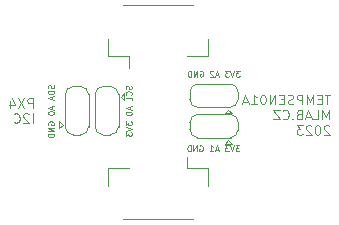
<source format=gbr>
%TF.GenerationSoftware,KiCad,Pcbnew,7.0.7-7.0.7~ubuntu23.04.1*%
%TF.CreationDate,2023-09-23T00:40:23+00:00*%
%TF.ProjectId,TEMPSEN01,54454d50-5345-44e3-9031-2e6b69636164,rev?*%
%TF.SameCoordinates,Original*%
%TF.FileFunction,Legend,Bot*%
%TF.FilePolarity,Positive*%
%FSLAX46Y46*%
G04 Gerber Fmt 4.6, Leading zero omitted, Abs format (unit mm)*
G04 Created by KiCad (PCBNEW 7.0.7-7.0.7~ubuntu23.04.1) date 2023-09-23 00:40:23*
%MOMM*%
%LPD*%
G01*
G04 APERTURE LIST*
%ADD10C,0.080000*%
%ADD11C,0.120000*%
G04 APERTURE END LIST*
D10*
X118646340Y-74059849D02*
X118336816Y-74059849D01*
X118336816Y-74059849D02*
X118503483Y-74250325D01*
X118503483Y-74250325D02*
X118432054Y-74250325D01*
X118432054Y-74250325D02*
X118384435Y-74274135D01*
X118384435Y-74274135D02*
X118360626Y-74297944D01*
X118360626Y-74297944D02*
X118336816Y-74345563D01*
X118336816Y-74345563D02*
X118336816Y-74464611D01*
X118336816Y-74464611D02*
X118360626Y-74512230D01*
X118360626Y-74512230D02*
X118384435Y-74536040D01*
X118384435Y-74536040D02*
X118432054Y-74559849D01*
X118432054Y-74559849D02*
X118574911Y-74559849D01*
X118574911Y-74559849D02*
X118622530Y-74536040D01*
X118622530Y-74536040D02*
X118646340Y-74512230D01*
X118193959Y-74059849D02*
X118027293Y-74559849D01*
X118027293Y-74559849D02*
X117860626Y-74059849D01*
X117741579Y-74059849D02*
X117432055Y-74059849D01*
X117432055Y-74059849D02*
X117598722Y-74250325D01*
X117598722Y-74250325D02*
X117527293Y-74250325D01*
X117527293Y-74250325D02*
X117479674Y-74274135D01*
X117479674Y-74274135D02*
X117455865Y-74297944D01*
X117455865Y-74297944D02*
X117432055Y-74345563D01*
X117432055Y-74345563D02*
X117432055Y-74464611D01*
X117432055Y-74464611D02*
X117455865Y-74512230D01*
X117455865Y-74512230D02*
X117479674Y-74536040D01*
X117479674Y-74536040D02*
X117527293Y-74559849D01*
X117527293Y-74559849D02*
X117670150Y-74559849D01*
X117670150Y-74559849D02*
X117717769Y-74536040D01*
X117717769Y-74536040D02*
X117741579Y-74512230D01*
X116860627Y-74416992D02*
X116622532Y-74416992D01*
X116908246Y-74559849D02*
X116741580Y-74059849D01*
X116741580Y-74059849D02*
X116574913Y-74559849D01*
X116146342Y-74559849D02*
X116432056Y-74559849D01*
X116289199Y-74559849D02*
X116289199Y-74059849D01*
X116289199Y-74059849D02*
X116336818Y-74131278D01*
X116336818Y-74131278D02*
X116384437Y-74178897D01*
X116384437Y-74178897D02*
X116432056Y-74202706D01*
X115289200Y-74083659D02*
X115336819Y-74059849D01*
X115336819Y-74059849D02*
X115408248Y-74059849D01*
X115408248Y-74059849D02*
X115479676Y-74083659D01*
X115479676Y-74083659D02*
X115527295Y-74131278D01*
X115527295Y-74131278D02*
X115551105Y-74178897D01*
X115551105Y-74178897D02*
X115574914Y-74274135D01*
X115574914Y-74274135D02*
X115574914Y-74345563D01*
X115574914Y-74345563D02*
X115551105Y-74440801D01*
X115551105Y-74440801D02*
X115527295Y-74488420D01*
X115527295Y-74488420D02*
X115479676Y-74536040D01*
X115479676Y-74536040D02*
X115408248Y-74559849D01*
X115408248Y-74559849D02*
X115360629Y-74559849D01*
X115360629Y-74559849D02*
X115289200Y-74536040D01*
X115289200Y-74536040D02*
X115265391Y-74512230D01*
X115265391Y-74512230D02*
X115265391Y-74345563D01*
X115265391Y-74345563D02*
X115360629Y-74345563D01*
X115051105Y-74559849D02*
X115051105Y-74059849D01*
X115051105Y-74059849D02*
X114765391Y-74559849D01*
X114765391Y-74559849D02*
X114765391Y-74059849D01*
X114527295Y-74559849D02*
X114527295Y-74059849D01*
X114527295Y-74059849D02*
X114408247Y-74059849D01*
X114408247Y-74059849D02*
X114336819Y-74083659D01*
X114336819Y-74083659D02*
X114289200Y-74131278D01*
X114289200Y-74131278D02*
X114265390Y-74178897D01*
X114265390Y-74178897D02*
X114241581Y-74274135D01*
X114241581Y-74274135D02*
X114241581Y-74345563D01*
X114241581Y-74345563D02*
X114265390Y-74440801D01*
X114265390Y-74440801D02*
X114289200Y-74488420D01*
X114289200Y-74488420D02*
X114336819Y-74536040D01*
X114336819Y-74536040D02*
X114408247Y-74559849D01*
X114408247Y-74559849D02*
X114527295Y-74559849D01*
X109511840Y-69007269D02*
X109535649Y-69078697D01*
X109535649Y-69078697D02*
X109535649Y-69197745D01*
X109535649Y-69197745D02*
X109511840Y-69245364D01*
X109511840Y-69245364D02*
X109488030Y-69269173D01*
X109488030Y-69269173D02*
X109440411Y-69292983D01*
X109440411Y-69292983D02*
X109392792Y-69292983D01*
X109392792Y-69292983D02*
X109345173Y-69269173D01*
X109345173Y-69269173D02*
X109321363Y-69245364D01*
X109321363Y-69245364D02*
X109297554Y-69197745D01*
X109297554Y-69197745D02*
X109273744Y-69102507D01*
X109273744Y-69102507D02*
X109249935Y-69054888D01*
X109249935Y-69054888D02*
X109226125Y-69031078D01*
X109226125Y-69031078D02*
X109178506Y-69007269D01*
X109178506Y-69007269D02*
X109130887Y-69007269D01*
X109130887Y-69007269D02*
X109083268Y-69031078D01*
X109083268Y-69031078D02*
X109059459Y-69054888D01*
X109059459Y-69054888D02*
X109035649Y-69102507D01*
X109035649Y-69102507D02*
X109035649Y-69221554D01*
X109035649Y-69221554D02*
X109059459Y-69292983D01*
X109488030Y-69792982D02*
X109511840Y-69769173D01*
X109511840Y-69769173D02*
X109535649Y-69697744D01*
X109535649Y-69697744D02*
X109535649Y-69650125D01*
X109535649Y-69650125D02*
X109511840Y-69578697D01*
X109511840Y-69578697D02*
X109464220Y-69531078D01*
X109464220Y-69531078D02*
X109416601Y-69507268D01*
X109416601Y-69507268D02*
X109321363Y-69483459D01*
X109321363Y-69483459D02*
X109249935Y-69483459D01*
X109249935Y-69483459D02*
X109154697Y-69507268D01*
X109154697Y-69507268D02*
X109107078Y-69531078D01*
X109107078Y-69531078D02*
X109059459Y-69578697D01*
X109059459Y-69578697D02*
X109035649Y-69650125D01*
X109035649Y-69650125D02*
X109035649Y-69697744D01*
X109035649Y-69697744D02*
X109059459Y-69769173D01*
X109059459Y-69769173D02*
X109083268Y-69792982D01*
X109535649Y-70245363D02*
X109535649Y-70007268D01*
X109535649Y-70007268D02*
X109035649Y-70007268D01*
X109392792Y-70769173D02*
X109392792Y-71007268D01*
X109535649Y-70721554D02*
X109035649Y-70888220D01*
X109035649Y-70888220D02*
X109535649Y-71054887D01*
X109035649Y-71316791D02*
X109035649Y-71364410D01*
X109035649Y-71364410D02*
X109059459Y-71412029D01*
X109059459Y-71412029D02*
X109083268Y-71435839D01*
X109083268Y-71435839D02*
X109130887Y-71459648D01*
X109130887Y-71459648D02*
X109226125Y-71483458D01*
X109226125Y-71483458D02*
X109345173Y-71483458D01*
X109345173Y-71483458D02*
X109440411Y-71459648D01*
X109440411Y-71459648D02*
X109488030Y-71435839D01*
X109488030Y-71435839D02*
X109511840Y-71412029D01*
X109511840Y-71412029D02*
X109535649Y-71364410D01*
X109535649Y-71364410D02*
X109535649Y-71316791D01*
X109535649Y-71316791D02*
X109511840Y-71269172D01*
X109511840Y-71269172D02*
X109488030Y-71245363D01*
X109488030Y-71245363D02*
X109440411Y-71221553D01*
X109440411Y-71221553D02*
X109345173Y-71197744D01*
X109345173Y-71197744D02*
X109226125Y-71197744D01*
X109226125Y-71197744D02*
X109130887Y-71221553D01*
X109130887Y-71221553D02*
X109083268Y-71245363D01*
X109083268Y-71245363D02*
X109059459Y-71269172D01*
X109059459Y-71269172D02*
X109035649Y-71316791D01*
X109035649Y-72031076D02*
X109035649Y-72340600D01*
X109035649Y-72340600D02*
X109226125Y-72173933D01*
X109226125Y-72173933D02*
X109226125Y-72245362D01*
X109226125Y-72245362D02*
X109249935Y-72292981D01*
X109249935Y-72292981D02*
X109273744Y-72316790D01*
X109273744Y-72316790D02*
X109321363Y-72340600D01*
X109321363Y-72340600D02*
X109440411Y-72340600D01*
X109440411Y-72340600D02*
X109488030Y-72316790D01*
X109488030Y-72316790D02*
X109511840Y-72292981D01*
X109511840Y-72292981D02*
X109535649Y-72245362D01*
X109535649Y-72245362D02*
X109535649Y-72102505D01*
X109535649Y-72102505D02*
X109511840Y-72054886D01*
X109511840Y-72054886D02*
X109488030Y-72031076D01*
X109035649Y-72483457D02*
X109535649Y-72650123D01*
X109535649Y-72650123D02*
X109035649Y-72816790D01*
X109035649Y-72935837D02*
X109035649Y-73245361D01*
X109035649Y-73245361D02*
X109226125Y-73078694D01*
X109226125Y-73078694D02*
X109226125Y-73150123D01*
X109226125Y-73150123D02*
X109249935Y-73197742D01*
X109249935Y-73197742D02*
X109273744Y-73221551D01*
X109273744Y-73221551D02*
X109321363Y-73245361D01*
X109321363Y-73245361D02*
X109440411Y-73245361D01*
X109440411Y-73245361D02*
X109488030Y-73221551D01*
X109488030Y-73221551D02*
X109511840Y-73197742D01*
X109511840Y-73197742D02*
X109535649Y-73150123D01*
X109535649Y-73150123D02*
X109535649Y-73007266D01*
X109535649Y-73007266D02*
X109511840Y-72959647D01*
X109511840Y-72959647D02*
X109488030Y-72935837D01*
D11*
X126336862Y-69773455D02*
X125879719Y-69773455D01*
X126108291Y-70573455D02*
X126108291Y-69773455D01*
X125613052Y-70154407D02*
X125346386Y-70154407D01*
X125232100Y-70573455D02*
X125613052Y-70573455D01*
X125613052Y-70573455D02*
X125613052Y-69773455D01*
X125613052Y-69773455D02*
X125232100Y-69773455D01*
X124889242Y-70573455D02*
X124889242Y-69773455D01*
X124889242Y-69773455D02*
X124622576Y-70344883D01*
X124622576Y-70344883D02*
X124355909Y-69773455D01*
X124355909Y-69773455D02*
X124355909Y-70573455D01*
X123974956Y-70573455D02*
X123974956Y-69773455D01*
X123974956Y-69773455D02*
X123670194Y-69773455D01*
X123670194Y-69773455D02*
X123594004Y-69811550D01*
X123594004Y-69811550D02*
X123555909Y-69849645D01*
X123555909Y-69849645D02*
X123517813Y-69925836D01*
X123517813Y-69925836D02*
X123517813Y-70040121D01*
X123517813Y-70040121D02*
X123555909Y-70116312D01*
X123555909Y-70116312D02*
X123594004Y-70154407D01*
X123594004Y-70154407D02*
X123670194Y-70192502D01*
X123670194Y-70192502D02*
X123974956Y-70192502D01*
X123213052Y-70535360D02*
X123098766Y-70573455D01*
X123098766Y-70573455D02*
X122908290Y-70573455D01*
X122908290Y-70573455D02*
X122832099Y-70535360D01*
X122832099Y-70535360D02*
X122794004Y-70497264D01*
X122794004Y-70497264D02*
X122755909Y-70421074D01*
X122755909Y-70421074D02*
X122755909Y-70344883D01*
X122755909Y-70344883D02*
X122794004Y-70268693D01*
X122794004Y-70268693D02*
X122832099Y-70230598D01*
X122832099Y-70230598D02*
X122908290Y-70192502D01*
X122908290Y-70192502D02*
X123060671Y-70154407D01*
X123060671Y-70154407D02*
X123136861Y-70116312D01*
X123136861Y-70116312D02*
X123174956Y-70078217D01*
X123174956Y-70078217D02*
X123213052Y-70002026D01*
X123213052Y-70002026D02*
X123213052Y-69925836D01*
X123213052Y-69925836D02*
X123174956Y-69849645D01*
X123174956Y-69849645D02*
X123136861Y-69811550D01*
X123136861Y-69811550D02*
X123060671Y-69773455D01*
X123060671Y-69773455D02*
X122870194Y-69773455D01*
X122870194Y-69773455D02*
X122755909Y-69811550D01*
X122413051Y-70154407D02*
X122146385Y-70154407D01*
X122032099Y-70573455D02*
X122413051Y-70573455D01*
X122413051Y-70573455D02*
X122413051Y-69773455D01*
X122413051Y-69773455D02*
X122032099Y-69773455D01*
X121689241Y-70573455D02*
X121689241Y-69773455D01*
X121689241Y-69773455D02*
X121232098Y-70573455D01*
X121232098Y-70573455D02*
X121232098Y-69773455D01*
X120698765Y-69773455D02*
X120622575Y-69773455D01*
X120622575Y-69773455D02*
X120546384Y-69811550D01*
X120546384Y-69811550D02*
X120508289Y-69849645D01*
X120508289Y-69849645D02*
X120470194Y-69925836D01*
X120470194Y-69925836D02*
X120432099Y-70078217D01*
X120432099Y-70078217D02*
X120432099Y-70268693D01*
X120432099Y-70268693D02*
X120470194Y-70421074D01*
X120470194Y-70421074D02*
X120508289Y-70497264D01*
X120508289Y-70497264D02*
X120546384Y-70535360D01*
X120546384Y-70535360D02*
X120622575Y-70573455D01*
X120622575Y-70573455D02*
X120698765Y-70573455D01*
X120698765Y-70573455D02*
X120774956Y-70535360D01*
X120774956Y-70535360D02*
X120813051Y-70497264D01*
X120813051Y-70497264D02*
X120851146Y-70421074D01*
X120851146Y-70421074D02*
X120889242Y-70268693D01*
X120889242Y-70268693D02*
X120889242Y-70078217D01*
X120889242Y-70078217D02*
X120851146Y-69925836D01*
X120851146Y-69925836D02*
X120813051Y-69849645D01*
X120813051Y-69849645D02*
X120774956Y-69811550D01*
X120774956Y-69811550D02*
X120698765Y-69773455D01*
X119670194Y-70573455D02*
X120127337Y-70573455D01*
X119898765Y-70573455D02*
X119898765Y-69773455D01*
X119898765Y-69773455D02*
X119974956Y-69887740D01*
X119974956Y-69887740D02*
X120051146Y-69963931D01*
X120051146Y-69963931D02*
X120127337Y-70002026D01*
X119365432Y-70344883D02*
X118984479Y-70344883D01*
X119441622Y-70573455D02*
X119174955Y-69773455D01*
X119174955Y-69773455D02*
X118908289Y-70573455D01*
X126222576Y-71861455D02*
X126222576Y-71061455D01*
X126222576Y-71061455D02*
X125955910Y-71632883D01*
X125955910Y-71632883D02*
X125689243Y-71061455D01*
X125689243Y-71061455D02*
X125689243Y-71861455D01*
X124927338Y-71861455D02*
X125308290Y-71861455D01*
X125308290Y-71861455D02*
X125308290Y-71061455D01*
X124698767Y-71632883D02*
X124317814Y-71632883D01*
X124774957Y-71861455D02*
X124508290Y-71061455D01*
X124508290Y-71061455D02*
X124241624Y-71861455D01*
X123708291Y-71442407D02*
X123594005Y-71480502D01*
X123594005Y-71480502D02*
X123555910Y-71518598D01*
X123555910Y-71518598D02*
X123517814Y-71594788D01*
X123517814Y-71594788D02*
X123517814Y-71709074D01*
X123517814Y-71709074D02*
X123555910Y-71785264D01*
X123555910Y-71785264D02*
X123594005Y-71823360D01*
X123594005Y-71823360D02*
X123670195Y-71861455D01*
X123670195Y-71861455D02*
X123974957Y-71861455D01*
X123974957Y-71861455D02*
X123974957Y-71061455D01*
X123974957Y-71061455D02*
X123708291Y-71061455D01*
X123708291Y-71061455D02*
X123632100Y-71099550D01*
X123632100Y-71099550D02*
X123594005Y-71137645D01*
X123594005Y-71137645D02*
X123555910Y-71213836D01*
X123555910Y-71213836D02*
X123555910Y-71290026D01*
X123555910Y-71290026D02*
X123594005Y-71366217D01*
X123594005Y-71366217D02*
X123632100Y-71404312D01*
X123632100Y-71404312D02*
X123708291Y-71442407D01*
X123708291Y-71442407D02*
X123974957Y-71442407D01*
X123174957Y-71785264D02*
X123136862Y-71823360D01*
X123136862Y-71823360D02*
X123174957Y-71861455D01*
X123174957Y-71861455D02*
X123213053Y-71823360D01*
X123213053Y-71823360D02*
X123174957Y-71785264D01*
X123174957Y-71785264D02*
X123174957Y-71861455D01*
X122336862Y-71785264D02*
X122374958Y-71823360D01*
X122374958Y-71823360D02*
X122489243Y-71861455D01*
X122489243Y-71861455D02*
X122565434Y-71861455D01*
X122565434Y-71861455D02*
X122679720Y-71823360D01*
X122679720Y-71823360D02*
X122755910Y-71747169D01*
X122755910Y-71747169D02*
X122794005Y-71670979D01*
X122794005Y-71670979D02*
X122832101Y-71518598D01*
X122832101Y-71518598D02*
X122832101Y-71404312D01*
X122832101Y-71404312D02*
X122794005Y-71251931D01*
X122794005Y-71251931D02*
X122755910Y-71175740D01*
X122755910Y-71175740D02*
X122679720Y-71099550D01*
X122679720Y-71099550D02*
X122565434Y-71061455D01*
X122565434Y-71061455D02*
X122489243Y-71061455D01*
X122489243Y-71061455D02*
X122374958Y-71099550D01*
X122374958Y-71099550D02*
X122336862Y-71137645D01*
X122070196Y-71061455D02*
X121536862Y-71061455D01*
X121536862Y-71061455D02*
X122070196Y-71861455D01*
X122070196Y-71861455D02*
X121536862Y-71861455D01*
X126260672Y-72425645D02*
X126222576Y-72387550D01*
X126222576Y-72387550D02*
X126146386Y-72349455D01*
X126146386Y-72349455D02*
X125955910Y-72349455D01*
X125955910Y-72349455D02*
X125879719Y-72387550D01*
X125879719Y-72387550D02*
X125841624Y-72425645D01*
X125841624Y-72425645D02*
X125803529Y-72501836D01*
X125803529Y-72501836D02*
X125803529Y-72578026D01*
X125803529Y-72578026D02*
X125841624Y-72692312D01*
X125841624Y-72692312D02*
X126298767Y-73149455D01*
X126298767Y-73149455D02*
X125803529Y-73149455D01*
X125308290Y-72349455D02*
X125232100Y-72349455D01*
X125232100Y-72349455D02*
X125155909Y-72387550D01*
X125155909Y-72387550D02*
X125117814Y-72425645D01*
X125117814Y-72425645D02*
X125079719Y-72501836D01*
X125079719Y-72501836D02*
X125041624Y-72654217D01*
X125041624Y-72654217D02*
X125041624Y-72844693D01*
X125041624Y-72844693D02*
X125079719Y-72997074D01*
X125079719Y-72997074D02*
X125117814Y-73073264D01*
X125117814Y-73073264D02*
X125155909Y-73111360D01*
X125155909Y-73111360D02*
X125232100Y-73149455D01*
X125232100Y-73149455D02*
X125308290Y-73149455D01*
X125308290Y-73149455D02*
X125384481Y-73111360D01*
X125384481Y-73111360D02*
X125422576Y-73073264D01*
X125422576Y-73073264D02*
X125460671Y-72997074D01*
X125460671Y-72997074D02*
X125498767Y-72844693D01*
X125498767Y-72844693D02*
X125498767Y-72654217D01*
X125498767Y-72654217D02*
X125460671Y-72501836D01*
X125460671Y-72501836D02*
X125422576Y-72425645D01*
X125422576Y-72425645D02*
X125384481Y-72387550D01*
X125384481Y-72387550D02*
X125308290Y-72349455D01*
X124736862Y-72425645D02*
X124698766Y-72387550D01*
X124698766Y-72387550D02*
X124622576Y-72349455D01*
X124622576Y-72349455D02*
X124432100Y-72349455D01*
X124432100Y-72349455D02*
X124355909Y-72387550D01*
X124355909Y-72387550D02*
X124317814Y-72425645D01*
X124317814Y-72425645D02*
X124279719Y-72501836D01*
X124279719Y-72501836D02*
X124279719Y-72578026D01*
X124279719Y-72578026D02*
X124317814Y-72692312D01*
X124317814Y-72692312D02*
X124774957Y-73149455D01*
X124774957Y-73149455D02*
X124279719Y-73149455D01*
X124013052Y-72349455D02*
X123517814Y-72349455D01*
X123517814Y-72349455D02*
X123784480Y-72654217D01*
X123784480Y-72654217D02*
X123670195Y-72654217D01*
X123670195Y-72654217D02*
X123594004Y-72692312D01*
X123594004Y-72692312D02*
X123555909Y-72730407D01*
X123555909Y-72730407D02*
X123517814Y-72806598D01*
X123517814Y-72806598D02*
X123517814Y-72997074D01*
X123517814Y-72997074D02*
X123555909Y-73073264D01*
X123555909Y-73073264D02*
X123594004Y-73111360D01*
X123594004Y-73111360D02*
X123670195Y-73149455D01*
X123670195Y-73149455D02*
X123898766Y-73149455D01*
X123898766Y-73149455D02*
X123974957Y-73111360D01*
X123974957Y-73111360D02*
X124013052Y-73073264D01*
D10*
X118671740Y-67735249D02*
X118362216Y-67735249D01*
X118362216Y-67735249D02*
X118528883Y-67925725D01*
X118528883Y-67925725D02*
X118457454Y-67925725D01*
X118457454Y-67925725D02*
X118409835Y-67949535D01*
X118409835Y-67949535D02*
X118386026Y-67973344D01*
X118386026Y-67973344D02*
X118362216Y-68020963D01*
X118362216Y-68020963D02*
X118362216Y-68140011D01*
X118362216Y-68140011D02*
X118386026Y-68187630D01*
X118386026Y-68187630D02*
X118409835Y-68211440D01*
X118409835Y-68211440D02*
X118457454Y-68235249D01*
X118457454Y-68235249D02*
X118600311Y-68235249D01*
X118600311Y-68235249D02*
X118647930Y-68211440D01*
X118647930Y-68211440D02*
X118671740Y-68187630D01*
X118219359Y-67735249D02*
X118052693Y-68235249D01*
X118052693Y-68235249D02*
X117886026Y-67735249D01*
X117766979Y-67735249D02*
X117457455Y-67735249D01*
X117457455Y-67735249D02*
X117624122Y-67925725D01*
X117624122Y-67925725D02*
X117552693Y-67925725D01*
X117552693Y-67925725D02*
X117505074Y-67949535D01*
X117505074Y-67949535D02*
X117481265Y-67973344D01*
X117481265Y-67973344D02*
X117457455Y-68020963D01*
X117457455Y-68020963D02*
X117457455Y-68140011D01*
X117457455Y-68140011D02*
X117481265Y-68187630D01*
X117481265Y-68187630D02*
X117505074Y-68211440D01*
X117505074Y-68211440D02*
X117552693Y-68235249D01*
X117552693Y-68235249D02*
X117695550Y-68235249D01*
X117695550Y-68235249D02*
X117743169Y-68211440D01*
X117743169Y-68211440D02*
X117766979Y-68187630D01*
X116886027Y-68092392D02*
X116647932Y-68092392D01*
X116933646Y-68235249D02*
X116766980Y-67735249D01*
X116766980Y-67735249D02*
X116600313Y-68235249D01*
X116457456Y-67782868D02*
X116433647Y-67759059D01*
X116433647Y-67759059D02*
X116386028Y-67735249D01*
X116386028Y-67735249D02*
X116266980Y-67735249D01*
X116266980Y-67735249D02*
X116219361Y-67759059D01*
X116219361Y-67759059D02*
X116195552Y-67782868D01*
X116195552Y-67782868D02*
X116171742Y-67830487D01*
X116171742Y-67830487D02*
X116171742Y-67878106D01*
X116171742Y-67878106D02*
X116195552Y-67949535D01*
X116195552Y-67949535D02*
X116481266Y-68235249D01*
X116481266Y-68235249D02*
X116171742Y-68235249D01*
X115314600Y-67759059D02*
X115362219Y-67735249D01*
X115362219Y-67735249D02*
X115433648Y-67735249D01*
X115433648Y-67735249D02*
X115505076Y-67759059D01*
X115505076Y-67759059D02*
X115552695Y-67806678D01*
X115552695Y-67806678D02*
X115576505Y-67854297D01*
X115576505Y-67854297D02*
X115600314Y-67949535D01*
X115600314Y-67949535D02*
X115600314Y-68020963D01*
X115600314Y-68020963D02*
X115576505Y-68116201D01*
X115576505Y-68116201D02*
X115552695Y-68163820D01*
X115552695Y-68163820D02*
X115505076Y-68211440D01*
X115505076Y-68211440D02*
X115433648Y-68235249D01*
X115433648Y-68235249D02*
X115386029Y-68235249D01*
X115386029Y-68235249D02*
X115314600Y-68211440D01*
X115314600Y-68211440D02*
X115290791Y-68187630D01*
X115290791Y-68187630D02*
X115290791Y-68020963D01*
X115290791Y-68020963D02*
X115386029Y-68020963D01*
X115076505Y-68235249D02*
X115076505Y-67735249D01*
X115076505Y-67735249D02*
X114790791Y-68235249D01*
X114790791Y-68235249D02*
X114790791Y-67735249D01*
X114552695Y-68235249D02*
X114552695Y-67735249D01*
X114552695Y-67735249D02*
X114433647Y-67735249D01*
X114433647Y-67735249D02*
X114362219Y-67759059D01*
X114362219Y-67759059D02*
X114314600Y-67806678D01*
X114314600Y-67806678D02*
X114290790Y-67854297D01*
X114290790Y-67854297D02*
X114266981Y-67949535D01*
X114266981Y-67949535D02*
X114266981Y-68020963D01*
X114266981Y-68020963D02*
X114290790Y-68116201D01*
X114290790Y-68116201D02*
X114314600Y-68163820D01*
X114314600Y-68163820D02*
X114362219Y-68211440D01*
X114362219Y-68211440D02*
X114433647Y-68235249D01*
X114433647Y-68235249D02*
X114552695Y-68235249D01*
D11*
X101152776Y-70870855D02*
X101152776Y-70070855D01*
X101152776Y-70070855D02*
X100848014Y-70070855D01*
X100848014Y-70070855D02*
X100771824Y-70108950D01*
X100771824Y-70108950D02*
X100733729Y-70147045D01*
X100733729Y-70147045D02*
X100695633Y-70223236D01*
X100695633Y-70223236D02*
X100695633Y-70337521D01*
X100695633Y-70337521D02*
X100733729Y-70413712D01*
X100733729Y-70413712D02*
X100771824Y-70451807D01*
X100771824Y-70451807D02*
X100848014Y-70489902D01*
X100848014Y-70489902D02*
X101152776Y-70489902D01*
X100428967Y-70070855D02*
X99895633Y-70870855D01*
X99895633Y-70070855D02*
X100428967Y-70870855D01*
X99248014Y-70337521D02*
X99248014Y-70870855D01*
X99438490Y-70032760D02*
X99628967Y-70604188D01*
X99628967Y-70604188D02*
X99133728Y-70604188D01*
X101152776Y-72158855D02*
X101152776Y-71358855D01*
X100809920Y-71435045D02*
X100771824Y-71396950D01*
X100771824Y-71396950D02*
X100695634Y-71358855D01*
X100695634Y-71358855D02*
X100505158Y-71358855D01*
X100505158Y-71358855D02*
X100428967Y-71396950D01*
X100428967Y-71396950D02*
X100390872Y-71435045D01*
X100390872Y-71435045D02*
X100352777Y-71511236D01*
X100352777Y-71511236D02*
X100352777Y-71587426D01*
X100352777Y-71587426D02*
X100390872Y-71701712D01*
X100390872Y-71701712D02*
X100848015Y-72158855D01*
X100848015Y-72158855D02*
X100352777Y-72158855D01*
X99552776Y-72082664D02*
X99590872Y-72120760D01*
X99590872Y-72120760D02*
X99705157Y-72158855D01*
X99705157Y-72158855D02*
X99781348Y-72158855D01*
X99781348Y-72158855D02*
X99895634Y-72120760D01*
X99895634Y-72120760D02*
X99971824Y-72044569D01*
X99971824Y-72044569D02*
X100009919Y-71968379D01*
X100009919Y-71968379D02*
X100048015Y-71815998D01*
X100048015Y-71815998D02*
X100048015Y-71701712D01*
X100048015Y-71701712D02*
X100009919Y-71549331D01*
X100009919Y-71549331D02*
X99971824Y-71473140D01*
X99971824Y-71473140D02*
X99895634Y-71396950D01*
X99895634Y-71396950D02*
X99781348Y-71358855D01*
X99781348Y-71358855D02*
X99705157Y-71358855D01*
X99705157Y-71358855D02*
X99590872Y-71396950D01*
X99590872Y-71396950D02*
X99552776Y-71435045D01*
D10*
X102933240Y-68956469D02*
X102957049Y-69027897D01*
X102957049Y-69027897D02*
X102957049Y-69146945D01*
X102957049Y-69146945D02*
X102933240Y-69194564D01*
X102933240Y-69194564D02*
X102909430Y-69218373D01*
X102909430Y-69218373D02*
X102861811Y-69242183D01*
X102861811Y-69242183D02*
X102814192Y-69242183D01*
X102814192Y-69242183D02*
X102766573Y-69218373D01*
X102766573Y-69218373D02*
X102742763Y-69194564D01*
X102742763Y-69194564D02*
X102718954Y-69146945D01*
X102718954Y-69146945D02*
X102695144Y-69051707D01*
X102695144Y-69051707D02*
X102671335Y-69004088D01*
X102671335Y-69004088D02*
X102647525Y-68980278D01*
X102647525Y-68980278D02*
X102599906Y-68956469D01*
X102599906Y-68956469D02*
X102552287Y-68956469D01*
X102552287Y-68956469D02*
X102504668Y-68980278D01*
X102504668Y-68980278D02*
X102480859Y-69004088D01*
X102480859Y-69004088D02*
X102457049Y-69051707D01*
X102457049Y-69051707D02*
X102457049Y-69170754D01*
X102457049Y-69170754D02*
X102480859Y-69242183D01*
X102957049Y-69456468D02*
X102457049Y-69456468D01*
X102457049Y-69456468D02*
X102457049Y-69575516D01*
X102457049Y-69575516D02*
X102480859Y-69646944D01*
X102480859Y-69646944D02*
X102528478Y-69694563D01*
X102528478Y-69694563D02*
X102576097Y-69718373D01*
X102576097Y-69718373D02*
X102671335Y-69742182D01*
X102671335Y-69742182D02*
X102742763Y-69742182D01*
X102742763Y-69742182D02*
X102838001Y-69718373D01*
X102838001Y-69718373D02*
X102885620Y-69694563D01*
X102885620Y-69694563D02*
X102933240Y-69646944D01*
X102933240Y-69646944D02*
X102957049Y-69575516D01*
X102957049Y-69575516D02*
X102957049Y-69456468D01*
X102814192Y-69932659D02*
X102814192Y-70170754D01*
X102957049Y-69885040D02*
X102457049Y-70051706D01*
X102457049Y-70051706D02*
X102957049Y-70218373D01*
X102814192Y-70742182D02*
X102814192Y-70980277D01*
X102957049Y-70694563D02*
X102457049Y-70861229D01*
X102457049Y-70861229D02*
X102957049Y-71027896D01*
X102457049Y-71289800D02*
X102457049Y-71337419D01*
X102457049Y-71337419D02*
X102480859Y-71385038D01*
X102480859Y-71385038D02*
X102504668Y-71408848D01*
X102504668Y-71408848D02*
X102552287Y-71432657D01*
X102552287Y-71432657D02*
X102647525Y-71456467D01*
X102647525Y-71456467D02*
X102766573Y-71456467D01*
X102766573Y-71456467D02*
X102861811Y-71432657D01*
X102861811Y-71432657D02*
X102909430Y-71408848D01*
X102909430Y-71408848D02*
X102933240Y-71385038D01*
X102933240Y-71385038D02*
X102957049Y-71337419D01*
X102957049Y-71337419D02*
X102957049Y-71289800D01*
X102957049Y-71289800D02*
X102933240Y-71242181D01*
X102933240Y-71242181D02*
X102909430Y-71218372D01*
X102909430Y-71218372D02*
X102861811Y-71194562D01*
X102861811Y-71194562D02*
X102766573Y-71170753D01*
X102766573Y-71170753D02*
X102647525Y-71170753D01*
X102647525Y-71170753D02*
X102552287Y-71194562D01*
X102552287Y-71194562D02*
X102504668Y-71218372D01*
X102504668Y-71218372D02*
X102480859Y-71242181D01*
X102480859Y-71242181D02*
X102457049Y-71289800D01*
X102480859Y-72313609D02*
X102457049Y-72265990D01*
X102457049Y-72265990D02*
X102457049Y-72194561D01*
X102457049Y-72194561D02*
X102480859Y-72123133D01*
X102480859Y-72123133D02*
X102528478Y-72075514D01*
X102528478Y-72075514D02*
X102576097Y-72051704D01*
X102576097Y-72051704D02*
X102671335Y-72027895D01*
X102671335Y-72027895D02*
X102742763Y-72027895D01*
X102742763Y-72027895D02*
X102838001Y-72051704D01*
X102838001Y-72051704D02*
X102885620Y-72075514D01*
X102885620Y-72075514D02*
X102933240Y-72123133D01*
X102933240Y-72123133D02*
X102957049Y-72194561D01*
X102957049Y-72194561D02*
X102957049Y-72242180D01*
X102957049Y-72242180D02*
X102933240Y-72313609D01*
X102933240Y-72313609D02*
X102909430Y-72337418D01*
X102909430Y-72337418D02*
X102742763Y-72337418D01*
X102742763Y-72337418D02*
X102742763Y-72242180D01*
X102957049Y-72551704D02*
X102457049Y-72551704D01*
X102457049Y-72551704D02*
X102957049Y-72837418D01*
X102957049Y-72837418D02*
X102457049Y-72837418D01*
X102957049Y-73075514D02*
X102457049Y-73075514D01*
X102457049Y-73075514D02*
X102457049Y-73194562D01*
X102457049Y-73194562D02*
X102480859Y-73265990D01*
X102480859Y-73265990D02*
X102528478Y-73313609D01*
X102528478Y-73313609D02*
X102576097Y-73337419D01*
X102576097Y-73337419D02*
X102671335Y-73361228D01*
X102671335Y-73361228D02*
X102742763Y-73361228D01*
X102742763Y-73361228D02*
X102838001Y-73337419D01*
X102838001Y-73337419D02*
X102885620Y-73313609D01*
X102885620Y-73313609D02*
X102933240Y-73265990D01*
X102933240Y-73265990D02*
X102957049Y-73194562D01*
X102957049Y-73194562D02*
X102957049Y-73075514D01*
D11*
%TO.C,J1*%
X115995000Y-77464000D02*
X115995000Y-76014000D01*
X115995000Y-76014000D02*
X114195000Y-76014000D01*
X114725000Y-80284000D02*
X108795000Y-80284000D01*
X114195000Y-76014000D02*
X114195000Y-75024000D01*
X107525000Y-77464000D02*
X107525000Y-76014000D01*
X107525000Y-76014000D02*
X109325000Y-76014000D01*
%TO.C,JP2*%
X104602000Y-73170000D02*
X105202000Y-73170000D01*
X103402000Y-72620000D02*
X103402000Y-72020000D01*
X105902000Y-72520000D02*
X105902000Y-69720000D01*
X103702000Y-72320000D02*
X103402000Y-72620000D01*
X103702000Y-72320000D02*
X103402000Y-72020000D01*
X103902000Y-69720000D02*
X103902000Y-72520000D01*
X105202000Y-69070000D02*
X104602000Y-69070000D01*
X103902000Y-72470000D02*
G75*
G03*
X104602000Y-73170000I699999J-1D01*
G01*
X105202000Y-73170000D02*
G75*
G03*
X105902000Y-72470000I1J699999D01*
G01*
X104602000Y-69070000D02*
G75*
G03*
X103902000Y-69770000I0J-700000D01*
G01*
X105902000Y-69770000D02*
G75*
G03*
X105202000Y-69070000I-700000J0D01*
G01*
%TO.C,JP4*%
X118555200Y-70150000D02*
X118555200Y-69550000D01*
X118005200Y-71350000D02*
X117405200Y-71350000D01*
X117905200Y-68850000D02*
X115105200Y-68850000D01*
X117705200Y-71050000D02*
X118005200Y-71350000D01*
X117705200Y-71050000D02*
X117405200Y-71350000D01*
X115105200Y-70850000D02*
X117905200Y-70850000D01*
X114455200Y-69550000D02*
X114455200Y-70150000D01*
X117855200Y-70850000D02*
G75*
G03*
X118555200Y-70150000I1J699999D01*
G01*
X118555200Y-69550000D02*
G75*
G03*
X117855200Y-68850000I-699999J1D01*
G01*
X114455200Y-70150000D02*
G75*
G03*
X115155200Y-70850000I700000J0D01*
G01*
X115155200Y-68850000D02*
G75*
G03*
X114455200Y-69550000I0J-700000D01*
G01*
%TO.C,JP1*%
X107726500Y-69070000D02*
X107126500Y-69070000D01*
X108926500Y-69620000D02*
X108926500Y-70220000D01*
X106426500Y-69720000D02*
X106426500Y-72520000D01*
X108626500Y-69920000D02*
X108926500Y-69620000D01*
X108626500Y-69920000D02*
X108926500Y-70220000D01*
X108426500Y-72520000D02*
X108426500Y-69720000D01*
X107126500Y-73170000D02*
X107726500Y-73170000D01*
X108426500Y-69770000D02*
G75*
G03*
X107726500Y-69070000I-699999J1D01*
G01*
X107126500Y-69070000D02*
G75*
G03*
X106426500Y-69770000I-1J-699999D01*
G01*
X107726500Y-73170000D02*
G75*
G03*
X108426500Y-72470000I0J700000D01*
G01*
X106426500Y-72470000D02*
G75*
G03*
X107126500Y-73170000I700000J0D01*
G01*
%TO.C,JP3*%
X118559800Y-72715400D02*
X118559800Y-72115400D01*
X118009800Y-73915400D02*
X117409800Y-73915400D01*
X117909800Y-71415400D02*
X115109800Y-71415400D01*
X117709800Y-73615400D02*
X118009800Y-73915400D01*
X117709800Y-73615400D02*
X117409800Y-73915400D01*
X115109800Y-73415400D02*
X117909800Y-73415400D01*
X114459800Y-72115400D02*
X114459800Y-72715400D01*
X117859800Y-73415400D02*
G75*
G03*
X118559800Y-72715400I1J699999D01*
G01*
X118559800Y-72115400D02*
G75*
G03*
X117859800Y-71415400I-699999J1D01*
G01*
X114459800Y-72715400D02*
G75*
G03*
X115159800Y-73415400I700000J0D01*
G01*
X115159800Y-71415400D02*
G75*
G03*
X114459800Y-72115400I0J-700000D01*
G01*
%TO.C,J2*%
X107525000Y-65030000D02*
X107525000Y-66480000D01*
X107525000Y-66480000D02*
X109325000Y-66480000D01*
X108795000Y-62210000D02*
X114725000Y-62210000D01*
X109325000Y-66480000D02*
X109325000Y-67470000D01*
X115995000Y-65030000D02*
X115995000Y-66480000D01*
X115995000Y-66480000D02*
X114195000Y-66480000D01*
%TD*%
M02*

</source>
